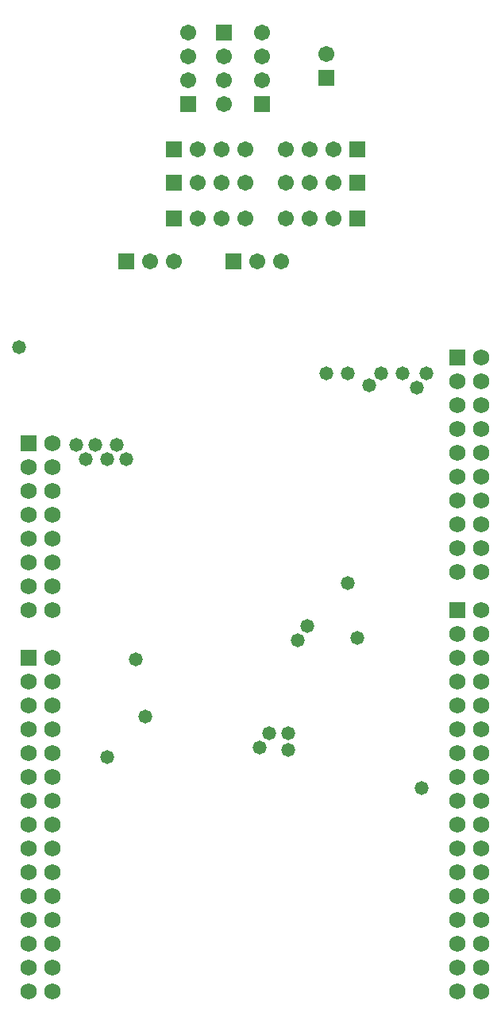
<source format=gts>
G04 Layer_Color=8388736*
%FSLAX25Y25*%
%MOIN*%
G70*
G01*
G75*
%ADD17R,0.06706X0.06706*%
%ADD18C,0.06706*%
%ADD19R,0.06706X0.06706*%
%ADD20C,0.06824*%
%ADD21R,0.06824X0.06824*%
%ADD22C,0.05800*%
D17*
X391000Y600000D02*
D03*
X488000Y618000D02*
D03*
X411000D02*
D03*
Y633000D02*
D03*
Y647000D02*
D03*
X488000D02*
D03*
Y633000D02*
D03*
X436000Y600000D02*
D03*
D18*
X401000D02*
D03*
X411000D02*
D03*
X478000Y618000D02*
D03*
X468000D02*
D03*
X458000D02*
D03*
X448000Y676000D02*
D03*
Y686000D02*
D03*
Y696000D02*
D03*
X421000Y618000D02*
D03*
X431000D02*
D03*
X441000D02*
D03*
X421000Y633000D02*
D03*
X431000D02*
D03*
X441000D02*
D03*
X421000Y647000D02*
D03*
X431000D02*
D03*
X441000D02*
D03*
X478000D02*
D03*
X468000D02*
D03*
X458000D02*
D03*
X478000Y633000D02*
D03*
X468000D02*
D03*
X458000D02*
D03*
X417000Y676000D02*
D03*
Y686000D02*
D03*
Y696000D02*
D03*
X432000Y686000D02*
D03*
Y676000D02*
D03*
Y666000D02*
D03*
X475000Y687000D02*
D03*
X456000Y600000D02*
D03*
X446000D02*
D03*
D19*
X448000Y666000D02*
D03*
X417000D02*
D03*
X432000Y696000D02*
D03*
X475000Y677000D02*
D03*
D20*
X540000Y293520D02*
D03*
X530000D02*
D03*
X360000D02*
D03*
X350000D02*
D03*
X540000Y469520D02*
D03*
X530000D02*
D03*
X540000Y479520D02*
D03*
X530000D02*
D03*
X540000Y489520D02*
D03*
X530000D02*
D03*
X540000Y499520D02*
D03*
X530000D02*
D03*
X540000Y509520D02*
D03*
X530000D02*
D03*
X540000Y519520D02*
D03*
X530000D02*
D03*
X540000Y529520D02*
D03*
X530000D02*
D03*
X540000Y539520D02*
D03*
X530000D02*
D03*
X540000Y549520D02*
D03*
X530000D02*
D03*
X540000Y303520D02*
D03*
X530000D02*
D03*
X540000Y313520D02*
D03*
X530000D02*
D03*
X540000Y323520D02*
D03*
X530000D02*
D03*
X540000Y333520D02*
D03*
X530000D02*
D03*
X540000Y343520D02*
D03*
X530000D02*
D03*
X540000Y353520D02*
D03*
X530000D02*
D03*
X540000Y363520D02*
D03*
X530000D02*
D03*
X540000Y373520D02*
D03*
X530000D02*
D03*
X540000Y383520D02*
D03*
X530000D02*
D03*
X540000Y393520D02*
D03*
X530000D02*
D03*
X540000Y403520D02*
D03*
X530000D02*
D03*
X540000Y413520D02*
D03*
X530000D02*
D03*
X540000Y423520D02*
D03*
X530000D02*
D03*
X540000Y433520D02*
D03*
X530000D02*
D03*
X540000Y443520D02*
D03*
X530000D02*
D03*
X540000Y453520D02*
D03*
Y559520D02*
D03*
X360000Y303520D02*
D03*
X350000D02*
D03*
X360000Y313520D02*
D03*
X350000D02*
D03*
X360000Y323520D02*
D03*
X350000D02*
D03*
X360000Y333520D02*
D03*
X350000D02*
D03*
X360000Y343520D02*
D03*
X350000D02*
D03*
X360000Y353520D02*
D03*
X350000D02*
D03*
X360000Y363520D02*
D03*
X350000D02*
D03*
X360000Y373520D02*
D03*
X350000D02*
D03*
X360000Y383520D02*
D03*
X350000D02*
D03*
X360000Y393520D02*
D03*
X350000D02*
D03*
X360000Y403520D02*
D03*
X350000D02*
D03*
X360000Y413520D02*
D03*
X350000D02*
D03*
X360000Y423520D02*
D03*
X350000D02*
D03*
X360000Y433520D02*
D03*
Y453520D02*
D03*
X350000D02*
D03*
X360000Y463520D02*
D03*
X350000D02*
D03*
X360000Y473520D02*
D03*
X350000D02*
D03*
X360000Y483520D02*
D03*
X350000D02*
D03*
X360000Y493520D02*
D03*
X350000D02*
D03*
X360000Y503520D02*
D03*
X350000D02*
D03*
X360000Y513520D02*
D03*
X350000D02*
D03*
X360000Y523520D02*
D03*
D21*
X530000Y453520D02*
D03*
Y559520D02*
D03*
X350000Y433520D02*
D03*
Y523520D02*
D03*
D22*
X475000Y553000D02*
D03*
X346000Y564000D02*
D03*
X399000Y409000D02*
D03*
X395000Y433000D02*
D03*
X370000Y523000D02*
D03*
X378000D02*
D03*
X383000Y392000D02*
D03*
X387000Y523000D02*
D03*
X517000Y553000D02*
D03*
X507000D02*
D03*
X498000D02*
D03*
X493000Y548000D02*
D03*
X484000Y553000D02*
D03*
Y465000D02*
D03*
X467000Y447000D02*
D03*
X488000Y442000D02*
D03*
X451000Y402000D02*
D03*
X459000D02*
D03*
X447000Y396000D02*
D03*
X515000Y379000D02*
D03*
X459000Y395000D02*
D03*
X463000Y441000D02*
D03*
X513000Y547000D02*
D03*
X383000Y517000D02*
D03*
X391000D02*
D03*
X374000D02*
D03*
M02*

</source>
